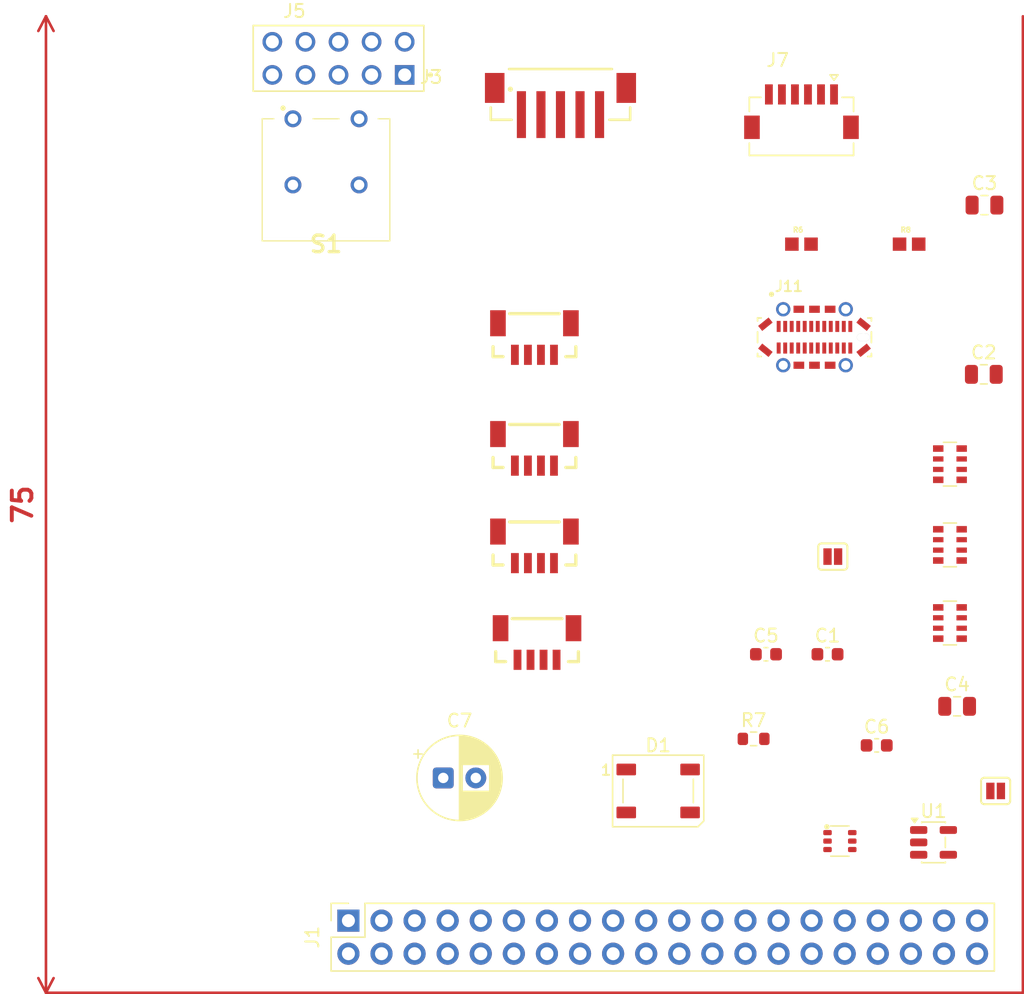
<source format=kicad_pcb>
(kicad_pcb (version 20241229) (generator "pcbnew") (generator_version "9.0")
  (layers (0 "F.Cu" signal) (2 "B.Cu" signal) (13 "F.Paste" user) (15 "B.Paste" user) (5 "F.SilkS" user "F.Silkscreen") (7 "B.SilkS" user "B.Silkscreen") (1 "F.Mask" user) (3 "B.Mask" user) (25 "Edge.Cuts" user))
  (net 0 "")
  (net 1 "GND")
  (net 2 "BME_3V3")
  (net 3 "+3V3")
  (net 4 "+5V")
  (net 5 "Net-(D1-DIN)")
  (net 7 "/GPIO21{slash}PCM.DOUT")
  (net 8 "/GPIO6{slash}SCL5")
  (net 9 "/GPIO13{slash}PWM1")
  (net 10 "/ID_SDA")
  (net 11 "/GPIO15{slash}RXD0")
  (net 12 "/GPIO19{slash}PCM.FS")
  (net 13 "/GPIO27{slash}SDA3")
  (net 14 "/GPIO2{slash}SDA1")
  (net 15 "/GPIO25{slash}SDA6")
  (net 16 "/GPIO23{slash}SDA4")
  (net 17 "/GPIO20{slash}PCM.DIN")
  (net 18 "/GPIO12{slash}PWM0")
  (net 19 "/GPIO24{slash}SCL4")
  (net 20 "/GPIO3{slash}SCL1")
  (net 21 "/GPIO22{slash}SCL3")
  (net 22 "/ID_SCL")
  (net 23 "/GPIO16")
  (net 24 "/GPIO14{slash}TXD0")
  (net 25 "/GPIO8{slash}SPI0.CE0")
  (net 26 "/GPIO18{slash}PCM.CLK")
  (net 27 "/GPIO4{slash}GPCLK0")
  (net 28 "/GPIO7{slash}SPI0.CE1")
  (net 29 "/GPIO10{slash}SPI0.MOSI")
  (net 30 "/GPIO17")
  (net 31 "/GPIO26{slash}SCL6")
  (net 32 "/GPIO9{slash}SPI0.MISO")
  (net 33 "/GPIO5{slash}SDA5")
  (net 34 "/GPIO11{slash}SPI0.SCLK")
  (net 35 "/INA_ADD0")
  (net 36 "/INA_ADD1")
  (net 37 "/BME_SCL")
  (net 38 "/BME_SDA")
  (net 39 "Net-(J11-CC1)")
  (net 52 "/5V_BUS_USB")
  (net 56 "Net-(J11-CC2)")
  (footprint "Capacitor_SMD:C_0603_1608Metric" (layer "F.Cu") (at 85.275 68)
    (property "Reference" "C6" (at 0 -1.43 0) (layer "F.SilkS"))
    (property "Value" "0.1uF")
    (pad "1" smd roundrect (at -0.775 0) (size 0.9 0.95) (layers "F.Cu" "F.Mask" "F.Paste") (net 4 "+5V"))
    (pad "2" smd roundrect (at 0.775 0) (size 0.9 0.95) (layers "F.Cu" "F.Mask" "F.Paste") (net 1 "GND"))
  )
  (footprint "Connector_PinSocket_2.54mm:PinSocket_2x20_P2.54mm_Vertical" (layer "F.Cu") (at 44.72 81.46 90)
    (property "Reference" "J1" (at -1.27 -2.77 90) (layer "F.SilkS"))
    (property "Value" "GPIO")
    (pad "1" thru_hole rect (at 0 0 90) (size 1.7 1.7) (drill 1) (layers "*.Cu" "*.Mask") (net 3 "+3V3"))
    (pad "2" thru_hole circle (at -2.54 0 90) (size 1.7 1.7) (drill 1) (layers "*.Cu" "*.Mask") (net 4 "+5V"))
    (pad "3" thru_hole circle (at 0 2.54 90) (size 1.7 1.7) (drill 1) (layers "*.Cu" "*.Mask") (net 14 "/GPIO2{slash}SDA1"))
    (pad "4" thru_hole circle (at -2.54 2.54 90) (size 1.7 1.7) (drill 1) (layers "*.Cu" "*.Mask") (net 4 "+5V"))
    (pad "5" thru_hole circle (at 0 5.08 90) (size 1.7 1.7) (drill 1) (layers "*.Cu" "*.Mask") (net 20 "/GPIO3{slash}SCL1"))
    (pad "6" thru_hole circle (at -2.54 5.08 90) (size 1.7 1.7) (drill 1) (layers "*.Cu" "*.Mask") (net 1 "GND"))
    (pad "7" thru_hole circle (at 0 7.62 90) (size 1.7 1.7) (drill 1) (layers "*.Cu" "*.Mask") (net 27 "/GPIO4{slash}GPCLK0"))
    (pad "8" thru_hole circle (at -2.54 7.62 90) (size 1.7 1.7) (drill 1) (layers "*.Cu" "*.Mask") (net 24 "/GPIO14{slash}TXD0"))
    (pad "9" thru_hole circle (at 0 10.16 90) (size 1.7 1.7) (drill 1) (layers "*.Cu" "*.Mask") (net 1 "GND"))
    (pad "10" thru_hole circle (at -2.54 10.16 90) (size 1.7 1.7) (drill 1) (layers "*.Cu" "*.Mask") (net 11 "/GPIO15{slash}RXD0"))
    (pad "11" thru_hole circle (at 0 12.7 90) (size 1.7 1.7) (drill 1) (layers "*.Cu" "*.Mask") (net 30 "/GPIO17"))
    (pad "12" thru_hole circle (at -2.54 12.7 90) (size 1.7 1.7) (drill 1) (layers "*.Cu" "*.Mask") (net 26 "/GPIO18{slash}PCM.CLK"))
    (pad "13" thru_hole circle (at 0 15.24 90) (size 1.7 1.7) (drill 1) (layers "*.Cu" "*.Mask") (net 13 "/GPIO27{slash}SDA3"))
    (pad "14" thru_hole circle (at -2.54 15.24 90) (size 1.7 1.7) (drill 1) (layers "*.Cu" "*.Mask") (net 1 "GND"))
    (pad "15" thru_hole circle (at 0 17.78 90) (size 1.7 1.7) (drill 1) (layers "*.Cu" "*.Mask") (net 21 "/GPIO22{slash}SCL3"))
    (pad "16" thru_hole circle (at -2.54 17.78 90) (size 1.7 1.7) (drill 1) (layers "*.Cu" "*.Mask") (net 16 "/GPIO23{slash}SDA4"))
    (pad "17" thru_hole circle (at 0 20.32 90) (size 1.7 1.7) (drill 1) (layers "*.Cu" "*.Mask") (net 3 "+3V3"))
    (pad "18" thru_hole circle (at -2.54 20.32 90) (size 1.7 1.7) (drill 1) (layers "*.Cu" "*.Mask") (net 19 "/GPIO24{slash}SCL4"))
    (pad "19" thru_hole circle (at 0 22.86 90) (size 1.7 1.7) (drill 1) (layers "*.Cu" "*.Mask") (net 29 "/GPIO10{slash}SPI0.MOSI"))
    (pad "20" thru_hole circle (at -2.54 22.86 90) (size 1.7 1.7) (drill 1) (layers "*.Cu" "*.Mask") (net 1 "GND"))
    (pad "21" thru_hole circle (at 0 25.4 90) (size 1.7 1.7) (drill 1) (layers "*.Cu" "*.Mask") (net 32 "/GPIO9{slash}SPI0.MISO"))
    (pad "22" thru_hole circle (at -2.54 25.4 90) (size 1.7 1.7) (drill 1) (layers "*.Cu" "*.Mask") (net 15 "/GPIO25{slash}SDA6"))
    (pad "23" thru_hole circle (at 0 27.94 90) (size 1.7 1.7) (drill 1) (layers "*.Cu" "*.Mask") (net 34 "/GPIO11{slash}SPI0.SCLK"))
    (pad "24" thru_hole circle (at -2.54 27.94 90) (size 1.7 1.7) (drill 1) (layers "*.Cu" "*.Mask") (net 25 "/GPIO8{slash}SPI0.CE0"))
    (pad "25" thru_hole circle (at 0 30.48 90) (size 1.7 1.7) (drill 1) (layers "*.Cu" "*.Mask") (net 1 "GND"))
    (pad "26" thru_hole circle (at -2.54 30.48 90) (size 1.7 1.7) (drill 1) (layers "*.Cu" "*.Mask") (net 28 "/GPIO7{slash}SPI0.CE1"))
    (pad "27" thru_hole circle (at 0 33.02 90) (size 1.7 1.7) (drill 1) (layers "*.Cu" "*.Mask") (net 10 "/ID_SDA"))
    (pad "28" thru_hole circle (at -2.54 33.02 90) (size 1.7 1.7) (drill 1) (layers "*.Cu" "*.Mask") (net 22 "/ID_SCL"))
    (pad "29" thru_hole circle (at 0 35.56 90) (size 1.7 1.7) (drill 1) (layers "*.Cu" "*.Mask") (net 33 "/GPIO5{slash}SDA5"))
    (pad "30" thru_hole circle (at -2.54 35.56 90) (size 1.7 1.7) (drill 1) (layers "*.Cu" "*.Mask") (net 1 "GND"))
    (pad "31" thru_hole circle (at 0 38.1 90) (size 1.7 1.7) (drill 1) (layers "*.Cu" "*.Mask") (net 8 "/GPIO6{slash}SCL5"))
    (pad "32" thru_hole circle (at -2.54 38.1 90) (size 1.7 1.7) (drill 1) (layers "*.Cu" "*.Mask") (net 18 "/GPIO12{slash}PWM0"))
    (pad "33" thru_hole circle (at 0 40.64 90) (size 1.7 1.7) (drill 1) (layers "*.Cu" "*.Mask") (net 9 "/GPIO13{slash}PWM1"))
    (pad "34" thru_hole circle (at -2.54 40.64 90) (size 1.7 1.7) (drill 1) (layers "*.Cu" "*.Mask") (net 1 "GND"))
    (pad "35" thru_hole circle (at 0 43.18 90) (size 1.7 1.7) (drill 1) (layers "*.Cu" "*.Mask") (net 12 "/GPIO19{slash}PCM.FS"))
    (pad "36" thru_hole circle (at -2.54 43.18 90) (size 1.7 1.7) (drill 1) (layers "*.Cu" "*.Mask") (net 23 "/GPIO16"))
    (pad "37" thru_hole circle (at 0 45.72 90) (size 1.7 1.7) (drill 1) (layers "*.Cu" "*.Mask") (net 31 "/GPIO26{slash}SCL6"))
    (pad "38" thru_hole circle (at -2.54 45.72 90) (size 1.7 1.7) (drill 1) (layers "*.Cu" "*.Mask") (net 17 "/GPIO20{slash}PCM.DIN"))
    (pad "39" thru_hole circle (at 0 48.26 90) (size 1.7 1.7) (drill 1) (layers "*.Cu" "*.Mask") (net 1 "GND"))
    (pad "40" thru_hole circle (at -2.54 48.26 90) (size 1.7 1.7) (drill 1) (layers "*.Cu" "*.Mask") (net 7 "/GPIO21{slash}PCM.DOUT"))
  )
  (footprint "LED_SMD:LED_WS2812B_PLCC4_5.0x5.0mm_P3.2mm" (layer "F.Cu") (at 68.5 71.5)
    (property "Reference" "D1" (at 0 -3.5 0) (layer "F.SilkS"))
    (property "Value" "WS2812B_5050")
    (fp_text user "1" (at -4 -1.6 0) (layer "F.SilkS") (effects (font (size 0.8 0.8))))
    (pad "1" smd roundrect (at -2.45 -1.65) (size 1.5 0.9) (layers "F.Cu" "F.Mask" "F.Paste") (roundrect_rratio 0.1) (net 4 "+5V"))
    (pad "2" smd roundrect (at -2.45 1.65) (size 1.5 0.9) (layers "F.Cu" "F.Mask" "F.Paste") (roundrect_rratio 0.1))
    (pad "3" smd roundrect (at 2.45 1.65) (size 1.5 0.9) (layers "F.Cu" "F.Mask" "F.Paste") (roundrect_rratio 0.1) (net 1 "GND"))
    (pad "4" smd roundrect (at 2.45 -1.65) (size 1.5 0.9) (layers "F.Cu" "F.Mask" "F.Paste") (roundrect_rratio 0.1) (net 5 "Net-(D1-DIN)"))
  )
  (footprint "Capacitor_THT:CP_Radial_D6.3mm_P2.50mm" (layer "F.Cu") (at 52 70.5)
    (property "Reference" "C7" (at 1.25 -4.4 0) (layer "F.SilkS"))
    (property "Value" "EEV107M010S9GAA")
    (pad "N" thru_hole circle (at 2.5 0) (size 1.6 1.6) (drill 0.8) (layers "*.Cu" "*.Mask") (net 1 "GND"))
    (pad "P" thru_hole roundrect (at 0 0) (size 1.6 1.6) (drill 0.8) (layers "*.Cu" "*.Mask") (roundrect_rratio 0.15625) (net 4 "+5V"))
  )
  (footprint "SparkFun-Connector:JST_1x04_P1.0mm_Vertical_SMD" (layer "F.Cu") (at 59 52.489)
    (property "Reference" "J6")
    (property "Value" "Qwiic_Vertical")
    (pad "1" smd rect (at -1.5 1.511) (size 0.6 1.55) (layers "F.Cu" "F.Mask" "F.Paste") (net 1 "GND"))
    (pad "2" smd rect (at -0.5 1.511) (size 0.6 1.55) (layers "F.Cu" "F.Mask" "F.Paste") (net 3 "+3V3"))
    (pad "3" smd rect (at 0.5 1.511) (size 0.6 1.55) (layers "F.Cu" "F.Mask" "F.Paste") (net 24 "/GPIO14{slash}TXD0"))
    (pad "4" smd rect (at 1.5 1.511) (size 0.6 1.55) (layers "F.Cu" "F.Mask" "F.Paste") (net 11 "/GPIO15{slash}RXD0"))
    (pad "NC1" smd rect (at -2.8 -0.914) (size 1.2 2) (layers "F.Cu" "F.Mask" "F.Paste"))
    (pad "NC2" smd rect (at 2.8 -0.914) (size 1.2 2) (layers "F.Cu" "F.Mask" "F.Paste"))
  )
  (footprint "SparkFun-Jumper:Jumper_2_NO" (layer "F.Cu") (at 81.9064 53.5)
    (property "Reference" "JP3")
    (property "Value" "~")
    (pad "1" smd rect (at -0.4064 0) (size 0.635 1.27) (layers "F.Cu" "F.Mask") (net 36 "/INA_ADD1"))
    (pad "2" smd rect (at 0.4064 0) (size 0.635 1.27) (layers "F.Cu" "F.Mask") (net 4 "+5V"))
  )
  (footprint "Package_TO_SOT_SMD:SOT-23-5" (layer "F.Cu") (at 89.6375 75.45)
    (property "Reference" "U1" (at 0 -2.4 0) (layer "F.SilkS"))
    (property "Value" "AP2112K-3.3")
    (pad "1" smd roundrect (at -1.1375 -0.95) (size 1.325 0.6) (layers "F.Cu" "F.Mask" "F.Paste") (net 3 "+3V3"))
    (pad "2" smd roundrect (at -1.1375 0) (size 1.325 0.6) (layers "F.Cu" "F.Mask" "F.Paste") (net 1 "GND"))
    (pad "3" smd roundrect (at -1.1375 0.95) (size 1.325 0.6) (layers "F.Cu" "F.Mask" "F.Paste") (net 3 "+3V3"))
    (pad "4" smd roundrect (at 1.1375 0.95) (size 1.325 0.6) (layers "F.Cu" "F.Mask" "F.Paste"))
    (pad "5" smd roundrect (at 1.1375 -0.95) (size 1.325 0.6) (layers "F.Cu" "F.Mask" "F.Paste") (net 2 "BME_3V3"))
  )
  (footprint "RC0603FR_075K1L:RESC1607X60N" (layer "F.Cu") (at 79.5 29.5)
    (property "Reference" "R6" (at -0.26 -1.1 0) (layer "F.SilkS") (effects (font (size 0.393701 0.393701))))
    (property "Value" "RC0603FR-075K1L")
    (pad "1" smd rect (at -0.735 0) (size 1.04 1.02) (layers "F.Cu" "F.Mask" "F.Paste") (net 1 "GND"))
    (pad "2" smd rect (at 0.735 0) (size 1.04 1.02) (layers "F.Cu" "F.Mask" "F.Paste") (net 56 "Net-(J11-CC2)"))
  )
  (footprint "5013310607:MOLEX_5013310607" (layer "F.Cu") (at 79.5 20.2825)
    (property "Reference" "J7" (at -1.825 -4.9175 0) (layer "F.SilkS"))
    (property "Value" "5013310607")
    (pad "1" smd rect (at 2.5 -2.2825) (size 0.6 1.55) (layers "F.Cu" "F.Paste") (net 4 "+5V"))
    (pad "2" smd rect (at 1.5 -2.2825) (size 0.6 1.55) (layers "F.Cu" "F.Paste") (net 34 "/GPIO11{slash}SPI0.SCLK"))
    (pad "3" smd rect (at 0.5 -2.2825) (size 0.6 1.55) (layers "F.Cu" "F.Paste") (net 32 "/GPIO9{slash}SPI0.MISO"))
    (pad "4" smd rect (at -0.5 -2.2825) (size 0.6 1.55) (layers "F.Cu" "F.Paste") (net 29 "/GPIO10{slash}SPI0.MOSI"))
    (pad "5" smd rect (at -1.5 -2.2825) (size 0.6 1.55) (layers "F.Cu" "F.Paste") (net 25 "/GPIO8{slash}SPI0.CE0"))
    (pad "6" smd rect (at -2.5 -2.2825) (size 0.6 1.55) (layers "F.Cu" "F.Paste") (net 1 "GND"))
    (pad "S1" smd rect (at 3.8 0.2425) (size 1.2 1.8) (layers "F.Cu" "F.Paste"))
    (pad "S2" smd rect (at -3.8 0.2425) (size 1.2 1.8) (layers "F.Cu" "F.Paste"))
  )
  (footprint "SparkFun-Semiconductor-Standard:SOT-363" (layer "F.Cu") (at 82.45 75.35)
    (property "Reference" "Q1")
    (property "Value" "BSS138")
    (pad "1" smd roundrect (at -0.95 -0.65) (size 0.65 0.4) (layers "F.Cu" "F.Mask" "F.Paste") (net 37 "/BME_SCL"))
    (pad "2" smd roundrect (at -0.95 0) (size 0.65 0.4) (layers "F.Cu" "F.Mask" "F.Paste") (net 2 "BME_3V3"))
    (pad "3" smd roundrect (at -0.95 0.65) (size 0.65 0.4) (layers "F.Cu" "F.Mask" "F.Paste") (net 33 "/GPIO5{slash}SDA5"))
    (pad "4" smd roundrect (at 0.95 0.65) (size 0.65 0.4) (layers "F.Cu" "F.Mask" "F.Paste") (net 38 "/BME_SDA"))
    (pad "5" smd roundrect (at 0.95 0) (size 0.65 0.4) (layers "F.Cu" "F.Mask" "F.Paste") (net 2 "BME_3V3"))
    (pad "6" smd roundrect (at 0.95 -0.65) (size 0.65 0.4) (layers "F.Cu" "F.Mask" "F.Paste") (net 8 "/GPIO6{slash}SCL5"))
  )
  (footprint "SparkFun-Connector:JST_1x04_P1.0mm_Vertical_SMD" (layer "F.Cu") (at 59.2 59.914)
    (property "Reference" "j9")
    (property "Value" "Qwiic_Vertical")
    (pad "1" smd rect (at -1.5 1.511) (size 0.6 1.55) (layers "F.Cu" "F.Mask" "F.Paste") (net 1 "GND"))
    (pad "2" smd rect (at -0.5 1.511) (size 0.6 1.55) (layers "F.Cu" "F.Mask" "F.Paste") (net 3 "+3V3"))
    (pad "3" smd rect (at 0.5 1.511) (size 0.6 1.55) (layers "F.Cu" "F.Mask" "F.Paste") (net 14 "/GPIO2{slash}SDA1"))
    (pad "4" smd rect (at 1.5 1.511) (size 0.6 1.55) (layers "F.Cu" "F.Mask" "F.Paste") (net 20 "/GPIO3{slash}SCL1"))
    (pad "NC1" smd rect (at -2.8 -0.914) (size 1.2 2) (layers "F.Cu" "F.Mask" "F.Paste"))
    (pad "NC2" smd rect (at 2.8 -0.914) (size 1.2 2) (layers "F.Cu" "F.Mask" "F.Paste"))
  )
  (footprint "Resistor_SMD:R_0603_1608Metric" (layer "F.Cu") (at 75.825 67.5)
    (property "Reference" "R7" (at 0 -1.43 0) (layer "F.SilkS"))
    (property "Value" "5.1k")
    (pad "1" smd roundrect (at -0.825 0) (size 0.8 0.95) (layers "F.Cu" "F.Mask" "F.Paste") (net 1 "GND"))
    (pad "2" smd roundrect (at 0.825 0) (size 0.8 0.95) (layers "F.Cu" "F.Mask" "F.Paste") (net 39 "Net-(J11-CC1)"))
  )
  (footprint "RC0603FR_07330RL (1):RESC1607X60N" (layer "F.Cu") (at 87.765 29.5)
    (property "Reference" "R8" (at -0.26 -1.1 0) (layer "F.SilkS") (effects (font (size 0.393701 0.393701))))
    (property "Value" "RC0603FR-07330RL")
    (pad "1" smd rect (at -0.735 0) (size 1.04 1.02) (layers "F.Cu" "F.Mask" "F.Paste") (net 5 "Net-(D1-DIN)"))
    (pad "2" smd rect (at 0.735 0) (size 1.04 1.02) (layers "F.Cu" "F.Mask" "F.Paste"))
  )
  (footprint "Capacitor_SMD:C_0805_2012Metric" (layer "F.Cu") (at 91.45 65)
    (property "Reference" "C4" (at 0 -1.68 0) (layer "F.SilkS"))
    (property "Value" "10uF")
    (pad "1" smd roundrect (at -0.95 0) (size 1 1.45) (layers "F.Cu" "F.Mask" "F.Paste") (net 4 "+5V"))
    (pad "2" smd roundrect (at 0.95 0) (size 1 1.45) (layers "F.Cu" "F.Mask" "F.Paste") (net 1 "GND"))
  )
  (footprint "LIB_AB11AH-FC:AB11AHFC" (layer "F.Cu") (at 40.46 19.87)
    (property "Reference" "S1" (at 2.54 9.63 0) (layer "F.SilkS") (effects (font (size 1.27 1.27) (thickness 0.254))))
    (property "Value" "AB11AH-FC" (hide yes))
    (pad "1" thru_hole circle (at 0 0) (size 1.3 1.3) (drill 0.8) (layers "*.Cu" "*.Mask") (net 52 "/5V_BUS_USB"))
    (pad "2" thru_hole circle (at 0 5.08) (size 1.3 1.3) (drill 0.8) (layers "*.Cu" "*.Mask"))
    (pad "3" thru_hole circle (at 5.08 0) (size 1.3 1.3) (drill 0.8) (layers "*.Cu" "*.Mask") (net 4 "+5V"))
    (pad "4" thru_hole circle (at 5.08 5.08) (size 1.3 1.3) (drill 0.8) (layers "*.Cu" "*.Mask"))
  )
  (footprint "679305124022:679305124022" (layer "F.Cu") (at 61 18)
    (property "Reference" "J3" (at -9.925 -1.335 0) (layer "F.SilkS"))
    (property "Value" "679305124022")
    (pad "1" smd rect (at -3 1.55) (size 0.7 3.6) (layers "F.Cu" "F.Mask" "F.Paste") (net 4 "+5V"))
    (pad "2" smd rect (at -1.5 1.55) (size 0.7 3.6) (layers "F.Cu" "F.Mask" "F.Paste") (net 13 "/GPIO27{slash}SDA3"))
    (pad "3" smd rect (at 0 1.55) (size 0.7 3.6) (layers "F.Cu" "F.Mask" "F.Paste") (net 21 "/GPIO22{slash}SCL3"))
    (pad "4" smd rect (at 1.5 1.55) (size 0.7 3.6) (layers "F.Cu" "F.Mask" "F.Paste") (net 1 "GND"))
    (pad "5" smd rect (at 3 1.55) (size 0.7 3.6) (layers "F.Cu" "F.Mask" "F.Paste") (net 1 "GND"))
    (pad "Z1" smd rect (at -5.05 -0.5) (size 1.5 2.3) (layers "F.Cu" "F.Mask" "F.Paste"))
    (pad "Z2" smd rect (at 5.05 -0.5) (size 1.5 2.3) (layers "F.Cu" "F.Mask" "F.Paste"))
  )
  (footprint "Capacitor_SMD:C_0805_2012Metric" (layer "F.Cu") (at 93.5 39.5)
    (property "Reference" "C2" (at 0 -1.68 0) (layer "F.SilkS"))
    (property "Value" "10uF")
    (pad "1" smd roundrect (at -0.95 0) (size 1 1.45) (layers "F.Cu" "F.Mask" "F.Paste") (net 3 "+3V3"))
    (pad "2" smd roundrect (at 0.95 0) (size 1 1.45) (layers "F.Cu" "F.Mask" "F.Paste") (net 1 "GND"))
  )
  (footprint "SparkFun-Resistor:R_Array_Convex_4x0603" (layer "F.Cu") (at 90.9 58.6)
    (property "Reference" "R5")
    (property "Value" "10k")
    (pad "1" smd rect (at -0.9 -1.2) (size 0.8 0.5) (layers "F.Cu" "F.Mask" "F.Paste") (net 16 "/GPIO23{slash}SDA4"))
    (pad "2" smd rect (at -0.9 -0.4) (size 0.8 0.4) (layers "F.Cu" "F.Mask" "F.Paste") (net 4 "+5V"))
    (pad "3" smd rect (at -0.9 0.4) (size 0.8 0.4) (layers "F.Cu" "F.Mask" "F.Paste") (net 19 "/GPIO24{slash}SCL4"))
    (pad "4" smd rect (at -0.9 1.2) (size 0.8 0.5) (layers "F.Cu" "F.Mask" "F.Paste") (net 4 "+5V"))
    (pad "5" smd rect (at 0.9 1.2) (size 0.8 0.5) (layers "F.Cu" "F.Mask" "F.Paste"))
    (pad "6" smd rect (at 0.9 0.4) (size 0.8 0.4) (layers "F.Cu" "F.Mask" "F.Paste"))
    (pad "7" smd rect (at 0.9 -0.4) (size 0.8 0.4) (layers "F.Cu" "F.Mask" "F.Paste"))
    (pad "8" smd rect (at 0.9 -1.2) (size 0.8 0.5) (layers "F.Cu" "F.Mask" "F.Paste"))
  )
  (footprint "SparkFun-Jumper:Jumper_2_NO" (layer "F.Cu") (at 94.4064 71.5)
    (property "Reference" "JP2")
    (property "Value" "~")
    (pad "1" smd rect (at -0.4064 0) (size 0.635 1.27) (layers "F.Cu" "F.Mask") (net 35 "/INA_ADD0"))
    (pad "2" smd rect (at 0.4064 0) (size 0.635 1.27) (layers "F.Cu" "F.Mask") (net 4 "+5V"))
  )
  (footprint "Capacitor_SMD:C_0805_2012Metric" (layer "F.Cu") (at 93.55 26.5)
    (property "Reference" "C3" (at 0 -1.68 0) (layer "F.SilkS"))
    (property "Value" "10uF")
    (pad "1" smd roundrect (at -0.95 0) (size 1 1.45) (layers "F.Cu" "F.Mask" "F.Paste") (net 2 "BME_3V3"))
    (pad "2" smd roundrect (at 0.95 0) (size 1 1.45) (layers "F.Cu" "F.Mask" "F.Paste") (net 1 "GND"))
  )
  (footprint "SparkFun-Resistor:R_Array_Convex_4x0603" (layer "F.Cu") (at 90.9 52.6)
    (property "Reference" "R2")
    (property "Value" "10k")
    (pad "1" smd rect (at -0.9 -1.2) (size 0.8 0.5) (layers "F.Cu" "F.Mask" "F.Paste"))
    (pad "2" smd rect (at -0.9 -0.4) (size 0.8 0.4) (layers "F.Cu" "F.Mask" "F.Paste"))
    (pad "3" smd rect (at -0.9 0.4) (size 0.8 0.4) (layers "F.Cu" "F.Mask" "F.Paste"))
    (pad "4" smd rect (at -0.9 1.2) (size 0.8 0.5) (layers "F.Cu" "F.Mask" "F.Paste"))
    (pad "5" smd rect (at 0.9 1.2) (size 0.8 0.5) (layers "F.Cu" "F.Mask" "F.Paste") (net 35 "/INA_ADD0"))
    (pad "6" smd rect (at 0.9 0.4) (size 0.8 0.4) (layers "F.Cu" "F.Mask" "F.Paste") (net 1 "GND"))
    (pad "7" smd rect (at 0.9 -0.4) (size 0.8 0.4) (layers "F.Cu" "F.Mask" "F.Paste") (net 1 "GND"))
    (pad "8" smd rect (at 0.9 -1.2) (size 0.8 0.5) (layers "F.Cu" "F.Mask" "F.Paste") (net 36 "/INA_ADD1"))
  )
  (footprint "SparkFun-Resistor:R_Array_Convex_4x0603" (layer "F.Cu") (at 90.9 46.4)
    (property "Reference" "R1")
    (property "Value" "10k")
    (pad "1" smd rect (at -0.9 -1.2) (size 0.8 0.5) (layers "F.Cu" "F.Mask" "F.Paste") (net 8 "/GPIO6{slash}SCL5"))
    (pad "2" smd rect (at -0.9 -0.4) (size 0.8 0.4) (layers "F.Cu" "F.Mask" "F.Paste") (net 3 "+3V3"))
    (pad "3" smd rect (at -0.9 0.4) (size 0.8 0.4) (layers "F.Cu" "F.Mask" "F.Paste") (net 33 "/GPIO5{slash}SDA5"))
    (pad "4" smd rect (at -0.9 1.2) (size 0.8 0.5) (layers "F.Cu" "F.Mask" "F.Paste") (net 3 "+3V3"))
    (pad "5" smd rect (at 0.9 1.2) (size 0.8 0.5) (layers "F.Cu" "F.Mask" "F.Paste") (net 37 "/BME_SCL"))
    (pad "6" smd rect (at 0.9 0.4) (size 0.8 0.4) (layers "F.Cu" "F.Mask" "F.Paste") (net 2 "BME_3V3"))
    (pad "7" smd rect (at 0.9 -0.4) (size 0.8 0.4) (layers "F.Cu" "F.Mask" "F.Paste") (net 2 "BME_3V3"))
    (pad "8" smd rect (at 0.9 -1.2) (size 0.8 0.5) (layers "F.Cu" "F.Mask" "F.Paste") (net 38 "/BME_SDA"))
  )
  (footprint "Capacitor_SMD:C_0603_1608Metric" (layer "F.Cu") (at 81.5 61)
    (property "Reference" "C1" (at 0 -1.43 0) (layer "F.SilkS"))
    (property "Value" "0.1uF")
    (pad "1" smd roundrect (at -0.775 0) (size 0.9 0.95) (layers "F.Cu" "F.Mask" "F.Paste") (net 2 "BME_3V3"))
    (pad "2" smd roundrect (at 0.775 0) (size 0.9 0.95) (layers "F.Cu" "F.Mask" "F.Paste") (net 1 "GND"))
  )
  (footprint "SparkFun-Connector:JST_1x04_P1.0mm_Vertical_SMD" (layer "F.Cu") (at 59 45)
    (property "Reference" "J2")
    (property "Value" "Qwiic_Vertical")
    (pad "1" smd rect (at -1.5 1.511) (size 0.6 1.55) (layers "F.Cu" "F.Mask" "F.Paste") (net 1 "GND"))
    (pad "2" smd rect (at -0.5 1.511) (size 0.6 1.55) (layers "F.Cu" "F.Mask" "F.Paste") (net 3 "+3V3"))
    (pad "3" smd rect (at 0.5 1.511) (size 0.6 1.55) (layers "F.Cu" "F.Mask" "F.Paste") (net 33 "/GPIO5{slash}SDA5"))
    (pad "4" smd rect (at 1.5 1.511) (size 0.6 1.55) (layers "F.Cu" "F.Mask" "F.Paste") (net 8 "/GPIO6{slash}SCL5"))
    (pad "NC1" smd rect (at -2.8 -0.914) (size 1.2 2) (layers "F.Cu" "F.Mask" "F.Paste"))
    (pad "NC2" smd rect (at 2.8 -0.914) (size 1.2 2) (layers "F.Cu" "F.Mask" "F.Paste"))
  )
  (footprint "10132328_10011LF:AMPHENOL_10132328-10011LF" (layer "F.Cu") (at 80.5 36.65)
    (property "Reference" "J11" (at -1.96 -3.908 0) (layer "F.SilkS") (effects (font (size 0.8 0.8))))
    (property "Value" "10132328-10011LF")
    (fp_line (start 3.54 0.29) (end 3.96 0.29) (stroke (width 0.01)) (layer "Edge.Cuts"))
    (fp_line (start 3.96 -0.29) (end 3.54 -0.29) (stroke (width 0.01)) (layer "Edge.Cuts"))
    (fp_arc (start 3.54 0.29) (mid 3.25 0) (end 3.54 -0.29) (stroke (width 0.01)) (layer "Edge.Cuts"))
    (fp_arc (start 3.96 -0.29) (mid 4.25 0) (end 3.96 0.29) (stroke (width 0.01)) (layer "Edge.Cuts"))
    (pad "" np_thru_hole circle (at -3.75 0) (size 0.66 0.66) (drill 0.66) (layers "*.Cu" "*.Mask"))
    (pad "" np_thru_hole circle (at 3.75 0) (size 0.58 0.58) (drill 0.58) (layers "*.Cu" "*.Mask"))
    (pad "1" smd rect (at -1.2 -2.15) (size 0.82 0.55) (layers "F.Cu" "F.Mask" "F.Paste") (net 1 "GND"))
    (pad "2" smd rect (at 0 -2.15) (size 0.82 0.55) (layers "F.Cu" "F.Mask" "F.Paste") (net 1 "GND"))
    (pad "3" smd rect (at 1.2 -2.15) (size 0.82 0.55) (layers "F.Cu" "F.Mask" "F.Paste") (net 1 "GND"))
    (pad "4" smd rect (at -1.2 2.15) (size 0.82 0.55) (layers "F.Cu" "F.Mask" "F.Paste") (net 1 "GND"))
    (pad "5" smd rect (at 0 2.15) (size 0.82 0.55) (layers "F.Cu" "F.Mask" "F.Paste") (net 1 "GND"))
    (pad "6" smd rect (at 1.2 2.15) (size 0.82 0.55) (layers "F.Cu" "F.Mask" "F.Paste") (net 1 "GND"))
    (pad "7" thru_hole circle (at -2.4 -2.15) (size 1.1 1.1) (drill 0.7) (layers "*.Cu" "*.Mask") (net 1 "GND"))
    (pad "8" thru_hole circle (at 2.4 -2.15) (size 1.1 1.1) (drill 0.7) (layers "*.Cu" "*.Mask") (net 1 "GND"))
    (pad "9" thru_hole circle (at -2.4 2.15) (size 1.1 1.1) (drill 0.7) (layers "*.Cu" "*.Mask") (net 1 "GND"))
    (pad "10" thru_hole circle (at 2.4 2.15) (size 1.1 1.1) (drill 0.7) (layers "*.Cu" "*.Mask") (net 1 "GND"))
    (pad "11" smd rect (at -3.77 -1 39) (size 1.03 0.5) (layers "F.Cu" "F.Mask" "F.Paste") (net 1 "GND"))
    (pad "12" smd rect (at 3.77 -1 321) (size 1.03 0.5) (layers "F.Cu" "F.Mask" "F.Paste") (net 1 "GND"))
    (pad "13" smd rect (at -3.77 1 321) (size 1.03 0.5) (layers "F.Cu" "F.Mask" "F.Paste") (net 1 "GND"))
    (pad "14" smd rect (at 3.77 1 39) (size 1.03 0.5) (layers "F.Cu" "F.Mask" "F.Paste") (net 1 "GND"))
    (pad "A1" smd rect (at -2.75 -0.83) (size 0.3 0.85) (layers "F.Cu" "F.Mask" "F.Paste") (net 1 "GND"))
    (pad "A2" smd rect (at -2.25 -0.83) (size 0.3 0.85) (layers "F.Cu" "F.Mask" "F.Paste"))
    (pad "A3" smd rect (at -1.75 -0.83) (size 0.3 0.85) (layers "F.Cu" "F.Mask" "F.Paste"))
    (pad "A4" smd rect (at -1.25 -0.83) (size 0.3 0.85) (layers "F.Cu" "F.Mask" "F.Paste") (net 52 "/5V_BUS_USB"))
    (pad "A5" smd rect (at -0.75 -0.83) (size 0.3 0.85) (layers "F.Cu" "F.Mask" "F.Paste") (net 39 "Net-(J11-CC1)"))
    (pad "A6" smd rect (at -0.25 -0.83) (size 0.3 0.85) (layers "F.Cu" "F.Mask" "F.Paste"))
    (pad "A7" smd rect (at 0.25 -0.83) (size 0.3 0.85) (layers "F.Cu" "F.Mask" "F.Paste"))
    (pad "A8" smd rect (at 0.75 -0.83) (size 0.3 0.85) (layers "F.Cu" "F.Mask" "F.Paste"))
    (pad "A9" smd rect (at 1.25 -0.83) (size 0.3 0.85) (layers "F.Cu" "F.Mask" "F.Paste") (net 52 "/5V_BUS_USB"))
    (pad "A10" smd rect (at 1.75 -0.83) (size 0.3 0.85) (layers "F.Cu" "F.Mask" "F.Paste"))
    (pad "A11" smd rect (at 2.25 -0.83) (size 0.3 0.85) (layers "F.Cu" "F.Mask" "F.Paste"))
    (pad "A12" smd rect (at 2.75 -0.83) (size 0.3 0.85) (layers "F.Cu" "F.Mask" "F.Paste") (net 1 "GND"))
    (pad "B1" smd rect (at 2.75 0.83) (size 0.3 0.85) (layers "F.Cu" "F.Mask" "F.Paste") (net 1 "GND"))
    (pad "B2" smd rect (at 2.25 0.83) (size 0.3 0.85) (layers "F.Cu" "F.Mask" "F.Paste"))
    (pad "B3" smd rect (at 1.75 0.83) (size 0.3 0.85) (layers "F.Cu" "F.Mask" "F.Paste"))
    (pad "B4" smd rect (at 1.25 0.83) (size 0.3 0.85) (layers "F.Cu" "F.Mask" "F.Paste") (net 52 "/5V_BUS_USB"))
    (pad "B5" smd rect (at 0.75 0.83) (size 0.3 0.85) (layers "F.Cu" "F.Mask" "F.Paste") (net 56 "Net-(J11-CC2)"))
    (pad "B6" smd rect (at 0.25 0.83) (size 0.3 0.85) (layers "F.Cu" "F.Mask" "F.Paste"))
    (pad "B7" smd rect (at -0.25 0.83) (size 0.3 0.85) (layers "F.Cu" "F.Mask" "F.Paste"))
    (pad "B8" smd rect (at -0.75 0.83) (size 0.3 0.85) (layers "F.Cu" "F.Mask" "F.Paste"))
    (pad "B9" smd rect (at -1.25 0.83) (size 0.3 0.85) (layers "F.Cu" "F.Mask" "F.Paste") (net 52 "/5V_BUS_USB"))
    (pad "B10" smd rect (at -1.75 0.83) (size 0.3 0.85) (layers "F.Cu" "F.Mask" "F.Paste"))
    (pad "B11" smd rect (at -2.25 0.83) (size 0.3 0.85) (layers "F.Cu" "F.Mask" "F.Paste"))
    (pad "B12" smd rect (at -2.75 0.83) (size 0.3 0.85) (layers "F.Cu" "F.Mask" "F.Paste") (net 1 "GND"))
  )
  (footprint "M20_7830542:HARWIN_M20-7830542" (layer "F.Cu") (at 43.96 15.23)
    (property "Reference" "J5" (at -3.385 -3.635 0) (layer "F.SilkS"))
    (property "Value" "M20-7830542")
    (pad "1" thru_hole rect (at 5.08 1.27) (size 1.508 1.508) (drill 1) (layers "*.Cu" "*.Mask") (net 1 "GND"))
    (pad "2" thru_hole circle (at 5.08 -1.27) (size 1.508 1.508) (drill 1) (layers "*.Cu" "*.Mask"))
    (pad "3" thru_hole circle (at 2.54 1.27) (size 1.508 1.508) (drill 1) (layers "*.Cu" "*.Mask") (net 3 "+3V3"))
    (pad "4" thru_hole circle (at 2.54 -1.27) (size 1.508 1.508) (drill 1) (layers "*.Cu" "*.Mask") (net 1 "GND"))
    (pad "5" thru_hole circle (at 0 1.27) (size 1.508 1.508) (drill 1) (layers "*.Cu" "*.Mask") (net 24 "/GPIO14{slash}TXD0"))
    (pad "6" thru_hole circle (at 0 -1.27) (size 1.508 1.508) (drill 1) (layers "*.Cu" "*.Mask") (net 1 "GND"))
    (pad "7" thru_hole circle (at -2.54 1.27) (size 1.508 1.508) (drill 1) (layers "*.Cu" "*.Mask") (net 11 "/GPIO15{slash}RXD0"))
    (pad "8" thru_hole circle (at -2.54 -1.27) (size 1.508 1.508) (drill 1) (layers "*.Cu" "*.Mask"))
    (pad "9" thru_hole circle (at -5.08 1.27) (size 1.508 1.508) (drill 1) (layers "*.Cu" "*.Mask"))
    (pad "10" thru_hole circle (at -5.08 -1.27) (size 1.508 1.508) (drill 1) (layers "*.Cu" "*.Mask"))
  )
  (footprint "Capacitor_SMD:C_0603_1608Metric" (layer "F.Cu") (at 76.775 61)
    (property "Reference" "C5" (at 0 -1.43 0) (layer "F.SilkS"))
    (property "Value" "0.1uF")
    (pad "1" smd roundrect (at -0.775 0) (size 0.9 0.95) (layers "F.Cu" "F.Mask" "F.Paste") (net 4 "+5V"))
    (pad "2" smd roundrect (at 0.775 0) (size 0.9 0.95) (layers "F.Cu" "F.Mask" "F.Paste") (net 1 "GND"))
  )
  (footprint "SparkFun-Connector:JST_1x04_P1.0mm_Vertical_SMD" (layer "F.Cu") (at 59 36.489)
    (property "Reference" "J4")
    (property "Value" "Qwiic_Vertical")
    (pad "1" smd rect (at -1.5 1.511) (size 0.6 1.55) (layers "F.Cu" "F.Mask" "F.Paste") (net 1 "GND"))
    (pad "2" smd rect (at -0.5 1.511) (size 0.6 1.55) (layers "F.Cu" "F.Mask" "F.Paste") (net 4 "+5V"))
    (pad "3" smd rect (at 0.5 1.511) (size 0.6 1.55) (layers "F.Cu" "F.Mask" "F.Paste") (net 13 "/GPIO27{slash}SDA3"))
    (pad "4" smd rect (at 1.5 1.511) (size 0.6 1.55) (layers "F.Cu" "F.Mask" "F.Paste") (net 21 "/GPIO22{slash}SCL3"))
    (pad "NC1" smd rect (at -2.8 -0.914) (size 1.2 2) (layers "F.Cu" "F.Mask" "F.Paste"))
    (pad "NC2" smd rect (at 2.8 -0.914) (size 1.2 2) (layers "F.Cu" "F.Mask" "F.Paste"))
  )
  (gr_line (start 96.5 12) (end 96.5 87) (stroke (width 0.2)) (layer "F.Cu"))
  (gr_line (start 96.5 87) (end 21.5 87) (stroke (width 0.2)) (layer "F.Cu"))
  (dimension (type orthogonal) (layer "F.Cu") (pts (xy 21.5 87) (xy 21.5 12)) (height 0) (orientation 1) (format (prefix "") (suffix "") (units 3) (units_format 0) (precision 4) (suppress_zeroes yes)) (style (thickness 0.2) (arrow_length 1.27) (text_position_mode 0) (arrow_direction outward) (extension_height 0.58642) (extension_offset 0.5) (keep_text_aligned yes)) (gr_text "75" (at 19.7 49.5 90) (layer "F.Cu") (effects (font (size 1.5 1.5) (thickness 0.3)))))
)
</source>
